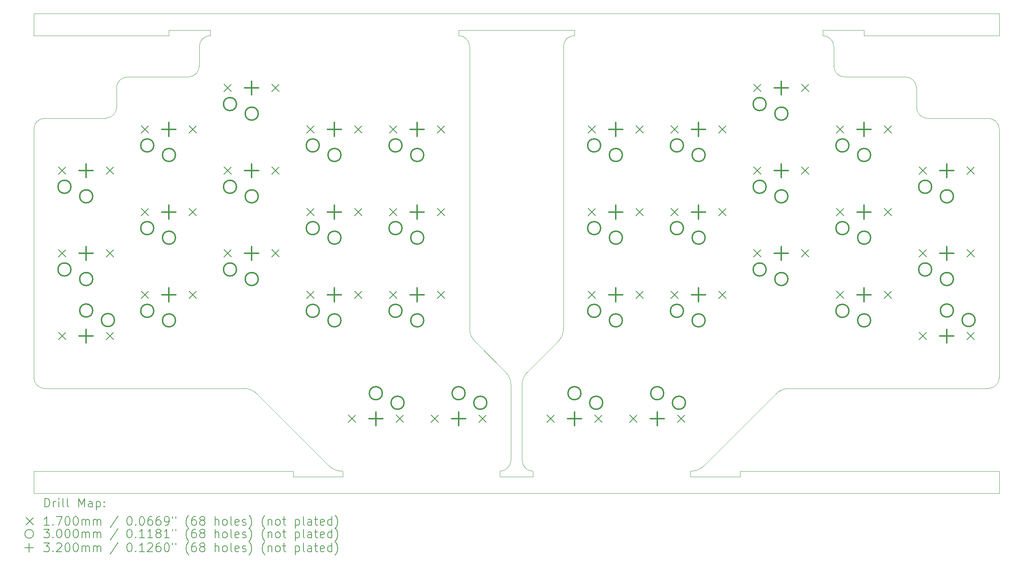
<source format=gbr>
%TF.GenerationSoftware,KiCad,Pcbnew,(6.0.7-1)-1*%
%TF.CreationDate,2022-09-05T18:02:09+08:00*%
%TF.ProjectId,Input,496e7075-742e-46b6-9963-61645f706362,2*%
%TF.SameCoordinates,PX7f2c270PY3f96138*%
%TF.FileFunction,Drillmap*%
%TF.FilePolarity,Positive*%
%FSLAX45Y45*%
G04 Gerber Fmt 4.5, Leading zero omitted, Abs format (unit mm)*
G04 Created by KiCad (PCBNEW (6.0.7-1)-1) date 2022-09-05 18:02:09*
%MOMM*%
%LPD*%
G01*
G04 APERTURE LIST*
%ADD10C,0.120000*%
%ADD11C,0.200000*%
%ADD12C,0.170000*%
%ADD13C,0.300000*%
%ADD14C,0.320000*%
G04 APERTURE END LIST*
D10*
X13398500Y-7874000D02*
X7429500Y-7874000D01*
X1206503Y-4572000D02*
G75*
G03*
X1333500Y-4889500I417557J-17130D01*
G01*
X7429500Y-8001000D02*
X7429500Y-7874000D01*
X-1714500Y-8001000D02*
X-2857500Y-8001000D01*
X-8826500Y-7874000D02*
X-8826500Y-8382000D01*
X2158997Y-5905500D02*
G75*
G03*
X2032000Y-5588000I-417557J17130D01*
G01*
X13398500Y2667000D02*
X13398500Y2159000D01*
X8572500Y-5969003D02*
G75*
G03*
X8255000Y-6096000I-17130J-417557D01*
G01*
X11493500Y508000D02*
G75*
G03*
X11747500Y254000I254000J0D01*
G01*
X13144500Y254000D02*
X11747500Y254000D01*
X-8826500Y0D02*
X-8826500Y-5715000D01*
X3238502Y-4889502D02*
G75*
G03*
X3365500Y-4572000I-290562J300372D01*
G01*
X-4762500Y2159000D02*
X-4762500Y2286000D01*
X13144500Y-5969000D02*
G75*
G03*
X13398500Y-5715000I0J254000D01*
G01*
X952500Y2286000D02*
X3619500Y2286000D01*
X13398500Y-5715000D02*
X13398500Y0D01*
X-8572500Y254000D02*
G75*
G03*
X-8826500Y0I0J-254000D01*
G01*
X9588500Y1460500D02*
X9588500Y1905000D01*
X-2032002Y-7747002D02*
G75*
G03*
X-1714500Y-7874000I300372J290562D01*
G01*
X13398500Y2667000D02*
X-8826500Y2667000D01*
X-1714500Y-7874000D02*
X-1714500Y-8001000D01*
X-3682998Y-6095998D02*
G75*
G03*
X-4000500Y-5969000I-300372J-290562D01*
G01*
X8255000Y-6096000D02*
X6604000Y-7747000D01*
X-5715000Y2286000D02*
X-5715000Y2159000D01*
X-8826500Y2159000D02*
X-8826500Y2667000D01*
X1905000Y-8001000D02*
X2667000Y-8001000D01*
X-7175500Y254000D02*
G75*
G03*
X-6921500Y508000I0J254000D01*
G01*
X-5270500Y1206500D02*
X-6667500Y1206500D01*
X9588500Y1905000D02*
G75*
G03*
X9334500Y2159000I-254000J0D01*
G01*
X8572500Y-5969000D02*
X13144500Y-5969000D01*
X10287000Y2286000D02*
X9334500Y2286000D01*
X-2032000Y-7747000D02*
X-3683000Y-6096000D01*
X-8826500Y-5715000D02*
G75*
G03*
X-8572500Y-5969000I254000J0D01*
G01*
X-5270500Y1206500D02*
G75*
G03*
X-5016500Y1460500I0J254000D01*
G01*
X-6667500Y1206500D02*
G75*
G03*
X-6921500Y952500I0J-254000D01*
G01*
X3619500Y2286000D02*
X3619500Y2159000D01*
X2413000Y-7620000D02*
G75*
G03*
X2667000Y-7874000I254000J0D01*
G01*
X-7175500Y254000D02*
X-8572500Y254000D01*
X-8572500Y-5969000D02*
X-4000500Y-5969000D01*
X13398500Y0D02*
G75*
G03*
X13144500Y254000I-254000J0D01*
G01*
X-2857500Y-7874000D02*
X-2857500Y-8001000D01*
X11493500Y952500D02*
G75*
G03*
X11239500Y1206500I-254000J0D01*
G01*
X9334500Y2286000D02*
X9334500Y2159000D01*
X-4762500Y2159000D02*
G75*
G03*
X-5016500Y1905000I0J-254000D01*
G01*
X2539998Y-5587998D02*
G75*
G03*
X2413000Y-5905500I290562J-300372D01*
G01*
X13398500Y2159000D02*
X10287000Y2159000D01*
X2413000Y-7620000D02*
X2413000Y-5905500D01*
X-4762500Y2286000D02*
X-5715000Y2286000D01*
X2032000Y-5588000D02*
X1333500Y-4889500D01*
X1905000Y-7874000D02*
X1905000Y-8001000D01*
X6286500Y-7873997D02*
G75*
G03*
X6604000Y-7747000I17130J417557D01*
G01*
X-5016500Y1905000D02*
X-5016500Y1460500D01*
X3365500Y1905000D02*
X3365500Y-4572000D01*
X-2857500Y-7874000D02*
X-8826500Y-7874000D01*
X2667000Y-8001000D02*
X2667000Y-7874000D01*
X6286500Y-8001000D02*
X6286500Y-7874000D01*
X3238500Y-4889500D02*
X2540000Y-5588000D01*
X9588500Y1460500D02*
G75*
G03*
X9842500Y1206500I254000J0D01*
G01*
X1905000Y-7874000D02*
G75*
G03*
X2159000Y-7620000I0J254000D01*
G01*
X2159000Y-5905500D02*
X2159000Y-7620000D01*
X13398500Y-8382000D02*
X-8826500Y-8382000D01*
X13398500Y-8382000D02*
X13398500Y-7874000D01*
X10287000Y2159000D02*
X10287000Y2286000D01*
X-5715000Y2159000D02*
X-8826500Y2159000D01*
X3619500Y2159000D02*
G75*
G03*
X3365500Y1905000I0J-254000D01*
G01*
X952500Y2159000D02*
X952500Y2286000D01*
X11239500Y1206500D02*
X9842500Y1206500D01*
X-6921500Y952500D02*
X-6921500Y508000D01*
X11493500Y508000D02*
X11493500Y952500D01*
X1206500Y-4572000D02*
X1206500Y1905000D01*
X1206500Y1905000D02*
G75*
G03*
X952500Y2159000I-254000J0D01*
G01*
X7429500Y-8001000D02*
X6286500Y-8001000D01*
D11*
D12*
X-8255000Y-867500D02*
X-8085000Y-1037500D01*
X-8085000Y-867500D02*
X-8255000Y-1037500D01*
X-8255000Y-2772500D02*
X-8085000Y-2942500D01*
X-8085000Y-2772500D02*
X-8255000Y-2942500D01*
X-8255000Y-4677500D02*
X-8085000Y-4847500D01*
X-8085000Y-4677500D02*
X-8255000Y-4847500D01*
X-7155000Y-867500D02*
X-6985000Y-1037500D01*
X-6985000Y-867500D02*
X-7155000Y-1037500D01*
X-7155000Y-2772500D02*
X-6985000Y-2942500D01*
X-6985000Y-2772500D02*
X-7155000Y-2942500D01*
X-7155000Y-4677500D02*
X-6985000Y-4847500D01*
X-6985000Y-4677500D02*
X-7155000Y-4847500D01*
X-6350000Y85000D02*
X-6180000Y-85000D01*
X-6180000Y85000D02*
X-6350000Y-85000D01*
X-6350000Y-1820000D02*
X-6180000Y-1990000D01*
X-6180000Y-1820000D02*
X-6350000Y-1990000D01*
X-6350000Y-3725000D02*
X-6180000Y-3895000D01*
X-6180000Y-3725000D02*
X-6350000Y-3895000D01*
X-5250000Y85000D02*
X-5080000Y-85000D01*
X-5080000Y85000D02*
X-5250000Y-85000D01*
X-5250000Y-1820000D02*
X-5080000Y-1990000D01*
X-5080000Y-1820000D02*
X-5250000Y-1990000D01*
X-5250000Y-3725000D02*
X-5080000Y-3895000D01*
X-5080000Y-3725000D02*
X-5250000Y-3895000D01*
X-4445000Y1037500D02*
X-4275000Y867500D01*
X-4275000Y1037500D02*
X-4445000Y867500D01*
X-4445000Y-867500D02*
X-4275000Y-1037500D01*
X-4275000Y-867500D02*
X-4445000Y-1037500D01*
X-4445000Y-2772500D02*
X-4275000Y-2942500D01*
X-4275000Y-2772500D02*
X-4445000Y-2942500D01*
X-3345000Y1037500D02*
X-3175000Y867500D01*
X-3175000Y1037500D02*
X-3345000Y867500D01*
X-3345000Y-867500D02*
X-3175000Y-1037500D01*
X-3175000Y-867500D02*
X-3345000Y-1037500D01*
X-3345000Y-2772500D02*
X-3175000Y-2942500D01*
X-3175000Y-2772500D02*
X-3345000Y-2942500D01*
X-2540000Y85000D02*
X-2370000Y-85000D01*
X-2370000Y85000D02*
X-2540000Y-85000D01*
X-2540000Y-1820000D02*
X-2370000Y-1990000D01*
X-2370000Y-1820000D02*
X-2540000Y-1990000D01*
X-2540000Y-3725000D02*
X-2370000Y-3895000D01*
X-2370000Y-3725000D02*
X-2540000Y-3895000D01*
X-1587500Y-6582500D02*
X-1417500Y-6752500D01*
X-1417500Y-6582500D02*
X-1587500Y-6752500D01*
X-1440000Y85000D02*
X-1270000Y-85000D01*
X-1270000Y85000D02*
X-1440000Y-85000D01*
X-1440000Y-1820000D02*
X-1270000Y-1990000D01*
X-1270000Y-1820000D02*
X-1440000Y-1990000D01*
X-1440000Y-3725000D02*
X-1270000Y-3895000D01*
X-1270000Y-3725000D02*
X-1440000Y-3895000D01*
X-635000Y85000D02*
X-465000Y-85000D01*
X-465000Y85000D02*
X-635000Y-85000D01*
X-635000Y-1820000D02*
X-465000Y-1990000D01*
X-465000Y-1820000D02*
X-635000Y-1990000D01*
X-635000Y-3725000D02*
X-465000Y-3895000D01*
X-465000Y-3725000D02*
X-635000Y-3895000D01*
X-487500Y-6582500D02*
X-317500Y-6752500D01*
X-317500Y-6582500D02*
X-487500Y-6752500D01*
X317500Y-6582500D02*
X487500Y-6752500D01*
X487500Y-6582500D02*
X317500Y-6752500D01*
X465000Y85000D02*
X635000Y-85000D01*
X635000Y85000D02*
X465000Y-85000D01*
X465000Y-1820000D02*
X635000Y-1990000D01*
X635000Y-1820000D02*
X465000Y-1990000D01*
X465000Y-3725000D02*
X635000Y-3895000D01*
X635000Y-3725000D02*
X465000Y-3895000D01*
X1417500Y-6582500D02*
X1587500Y-6752500D01*
X1587500Y-6582500D02*
X1417500Y-6752500D01*
X2984500Y-6582500D02*
X3154500Y-6752500D01*
X3154500Y-6582500D02*
X2984500Y-6752500D01*
X3937000Y85000D02*
X4107000Y-85000D01*
X4107000Y85000D02*
X3937000Y-85000D01*
X3937000Y-1820000D02*
X4107000Y-1990000D01*
X4107000Y-1820000D02*
X3937000Y-1990000D01*
X3937000Y-3725000D02*
X4107000Y-3895000D01*
X4107000Y-3725000D02*
X3937000Y-3895000D01*
X4084500Y-6582500D02*
X4254500Y-6752500D01*
X4254500Y-6582500D02*
X4084500Y-6752500D01*
X4889500Y-6582500D02*
X5059500Y-6752500D01*
X5059500Y-6582500D02*
X4889500Y-6752500D01*
X5037000Y85000D02*
X5207000Y-85000D01*
X5207000Y85000D02*
X5037000Y-85000D01*
X5037000Y-1820000D02*
X5207000Y-1990000D01*
X5207000Y-1820000D02*
X5037000Y-1990000D01*
X5037000Y-3725000D02*
X5207000Y-3895000D01*
X5207000Y-3725000D02*
X5037000Y-3895000D01*
X5842000Y85000D02*
X6012000Y-85000D01*
X6012000Y85000D02*
X5842000Y-85000D01*
X5842000Y-1820000D02*
X6012000Y-1990000D01*
X6012000Y-1820000D02*
X5842000Y-1990000D01*
X5842000Y-3725000D02*
X6012000Y-3895000D01*
X6012000Y-3725000D02*
X5842000Y-3895000D01*
X5989500Y-6582500D02*
X6159500Y-6752500D01*
X6159500Y-6582500D02*
X5989500Y-6752500D01*
X6942000Y85000D02*
X7112000Y-85000D01*
X7112000Y85000D02*
X6942000Y-85000D01*
X6942000Y-1820000D02*
X7112000Y-1990000D01*
X7112000Y-1820000D02*
X6942000Y-1990000D01*
X6942000Y-3725000D02*
X7112000Y-3895000D01*
X7112000Y-3725000D02*
X6942000Y-3895000D01*
X7747000Y1037500D02*
X7917000Y867500D01*
X7917000Y1037500D02*
X7747000Y867500D01*
X7747000Y-867500D02*
X7917000Y-1037500D01*
X7917000Y-867500D02*
X7747000Y-1037500D01*
X7747000Y-2772500D02*
X7917000Y-2942500D01*
X7917000Y-2772500D02*
X7747000Y-2942500D01*
X8847000Y1037500D02*
X9017000Y867500D01*
X9017000Y1037500D02*
X8847000Y867500D01*
X8847000Y-867500D02*
X9017000Y-1037500D01*
X9017000Y-867500D02*
X8847000Y-1037500D01*
X8847000Y-2772500D02*
X9017000Y-2942500D01*
X9017000Y-2772500D02*
X8847000Y-2942500D01*
X9652000Y85000D02*
X9822000Y-85000D01*
X9822000Y85000D02*
X9652000Y-85000D01*
X9652000Y-1820000D02*
X9822000Y-1990000D01*
X9822000Y-1820000D02*
X9652000Y-1990000D01*
X9652000Y-3725000D02*
X9822000Y-3895000D01*
X9822000Y-3725000D02*
X9652000Y-3895000D01*
X10752000Y85000D02*
X10922000Y-85000D01*
X10922000Y85000D02*
X10752000Y-85000D01*
X10752000Y-1820000D02*
X10922000Y-1990000D01*
X10922000Y-1820000D02*
X10752000Y-1990000D01*
X10752000Y-3725000D02*
X10922000Y-3895000D01*
X10922000Y-3725000D02*
X10752000Y-3895000D01*
X11557000Y-867500D02*
X11727000Y-1037500D01*
X11727000Y-867500D02*
X11557000Y-1037500D01*
X11557000Y-2772500D02*
X11727000Y-2942500D01*
X11727000Y-2772500D02*
X11557000Y-2942500D01*
X11557000Y-4677500D02*
X11727000Y-4847500D01*
X11727000Y-4677500D02*
X11557000Y-4847500D01*
X12657000Y-867500D02*
X12827000Y-1037500D01*
X12827000Y-867500D02*
X12657000Y-1037500D01*
X12657000Y-2772500D02*
X12827000Y-2942500D01*
X12827000Y-2772500D02*
X12657000Y-2942500D01*
X12657000Y-4677500D02*
X12827000Y-4847500D01*
X12827000Y-4677500D02*
X12657000Y-4847500D01*
D13*
X-7970000Y-1322500D02*
G75*
G03*
X-7970000Y-1322500I-150000J0D01*
G01*
X-7970000Y-3227500D02*
G75*
G03*
X-7970000Y-3227500I-150000J0D01*
G01*
X-7470000Y-1542500D02*
G75*
G03*
X-7470000Y-1542500I-150000J0D01*
G01*
X-7470000Y-3447500D02*
G75*
G03*
X-7470000Y-3447500I-150000J0D01*
G01*
X-7470000Y-4172500D02*
G75*
G03*
X-7470000Y-4172500I-150000J0D01*
G01*
X-6970000Y-4392500D02*
G75*
G03*
X-6970000Y-4392500I-150000J0D01*
G01*
X-6065000Y-370000D02*
G75*
G03*
X-6065000Y-370000I-150000J0D01*
G01*
X-6065000Y-2275000D02*
G75*
G03*
X-6065000Y-2275000I-150000J0D01*
G01*
X-6065000Y-4180000D02*
G75*
G03*
X-6065000Y-4180000I-150000J0D01*
G01*
X-5565000Y-590000D02*
G75*
G03*
X-5565000Y-590000I-150000J0D01*
G01*
X-5565000Y-2495000D02*
G75*
G03*
X-5565000Y-2495000I-150000J0D01*
G01*
X-5565000Y-4400000D02*
G75*
G03*
X-5565000Y-4400000I-150000J0D01*
G01*
X-4160000Y582500D02*
G75*
G03*
X-4160000Y582500I-150000J0D01*
G01*
X-4160000Y-1322500D02*
G75*
G03*
X-4160000Y-1322500I-150000J0D01*
G01*
X-4160000Y-3227500D02*
G75*
G03*
X-4160000Y-3227500I-150000J0D01*
G01*
X-3660000Y362500D02*
G75*
G03*
X-3660000Y362500I-150000J0D01*
G01*
X-3660000Y-1542500D02*
G75*
G03*
X-3660000Y-1542500I-150000J0D01*
G01*
X-3660000Y-3447500D02*
G75*
G03*
X-3660000Y-3447500I-150000J0D01*
G01*
X-2255000Y-370000D02*
G75*
G03*
X-2255000Y-370000I-150000J0D01*
G01*
X-2255000Y-2275000D02*
G75*
G03*
X-2255000Y-2275000I-150000J0D01*
G01*
X-2255000Y-4180000D02*
G75*
G03*
X-2255000Y-4180000I-150000J0D01*
G01*
X-1755000Y-590000D02*
G75*
G03*
X-1755000Y-590000I-150000J0D01*
G01*
X-1755000Y-2495000D02*
G75*
G03*
X-1755000Y-2495000I-150000J0D01*
G01*
X-1755000Y-4400000D02*
G75*
G03*
X-1755000Y-4400000I-150000J0D01*
G01*
X-802500Y-6077500D02*
G75*
G03*
X-802500Y-6077500I-150000J0D01*
G01*
X-350000Y-370000D02*
G75*
G03*
X-350000Y-370000I-150000J0D01*
G01*
X-350000Y-2275000D02*
G75*
G03*
X-350000Y-2275000I-150000J0D01*
G01*
X-350000Y-4180000D02*
G75*
G03*
X-350000Y-4180000I-150000J0D01*
G01*
X-302500Y-6297500D02*
G75*
G03*
X-302500Y-6297500I-150000J0D01*
G01*
X150000Y-590000D02*
G75*
G03*
X150000Y-590000I-150000J0D01*
G01*
X150000Y-2495000D02*
G75*
G03*
X150000Y-2495000I-150000J0D01*
G01*
X150000Y-4400000D02*
G75*
G03*
X150000Y-4400000I-150000J0D01*
G01*
X1102500Y-6077500D02*
G75*
G03*
X1102500Y-6077500I-150000J0D01*
G01*
X1602500Y-6297500D02*
G75*
G03*
X1602500Y-6297500I-150000J0D01*
G01*
X3769500Y-6077500D02*
G75*
G03*
X3769500Y-6077500I-150000J0D01*
G01*
X4222000Y-370000D02*
G75*
G03*
X4222000Y-370000I-150000J0D01*
G01*
X4222000Y-2275000D02*
G75*
G03*
X4222000Y-2275000I-150000J0D01*
G01*
X4222000Y-4180000D02*
G75*
G03*
X4222000Y-4180000I-150000J0D01*
G01*
X4269500Y-6297500D02*
G75*
G03*
X4269500Y-6297500I-150000J0D01*
G01*
X4722000Y-590000D02*
G75*
G03*
X4722000Y-590000I-150000J0D01*
G01*
X4722000Y-2495000D02*
G75*
G03*
X4722000Y-2495000I-150000J0D01*
G01*
X4722000Y-4400000D02*
G75*
G03*
X4722000Y-4400000I-150000J0D01*
G01*
X5674500Y-6077500D02*
G75*
G03*
X5674500Y-6077500I-150000J0D01*
G01*
X6127000Y-370000D02*
G75*
G03*
X6127000Y-370000I-150000J0D01*
G01*
X6127000Y-2275000D02*
G75*
G03*
X6127000Y-2275000I-150000J0D01*
G01*
X6127000Y-4180000D02*
G75*
G03*
X6127000Y-4180000I-150000J0D01*
G01*
X6174500Y-6297500D02*
G75*
G03*
X6174500Y-6297500I-150000J0D01*
G01*
X6627000Y-590000D02*
G75*
G03*
X6627000Y-590000I-150000J0D01*
G01*
X6627000Y-2495000D02*
G75*
G03*
X6627000Y-2495000I-150000J0D01*
G01*
X6627000Y-4400000D02*
G75*
G03*
X6627000Y-4400000I-150000J0D01*
G01*
X8032000Y582500D02*
G75*
G03*
X8032000Y582500I-150000J0D01*
G01*
X8032000Y-1322500D02*
G75*
G03*
X8032000Y-1322500I-150000J0D01*
G01*
X8032000Y-3227500D02*
G75*
G03*
X8032000Y-3227500I-150000J0D01*
G01*
X8532000Y362500D02*
G75*
G03*
X8532000Y362500I-150000J0D01*
G01*
X8532000Y-1542500D02*
G75*
G03*
X8532000Y-1542500I-150000J0D01*
G01*
X8532000Y-3447500D02*
G75*
G03*
X8532000Y-3447500I-150000J0D01*
G01*
X9937000Y-370000D02*
G75*
G03*
X9937000Y-370000I-150000J0D01*
G01*
X9937000Y-2275000D02*
G75*
G03*
X9937000Y-2275000I-150000J0D01*
G01*
X9937000Y-4180000D02*
G75*
G03*
X9937000Y-4180000I-150000J0D01*
G01*
X10437000Y-590000D02*
G75*
G03*
X10437000Y-590000I-150000J0D01*
G01*
X10437000Y-2495000D02*
G75*
G03*
X10437000Y-2495000I-150000J0D01*
G01*
X10437000Y-4400000D02*
G75*
G03*
X10437000Y-4400000I-150000J0D01*
G01*
X11842000Y-1322500D02*
G75*
G03*
X11842000Y-1322500I-150000J0D01*
G01*
X11842000Y-3227500D02*
G75*
G03*
X11842000Y-3227500I-150000J0D01*
G01*
X12342000Y-1542500D02*
G75*
G03*
X12342000Y-1542500I-150000J0D01*
G01*
X12342000Y-3447500D02*
G75*
G03*
X12342000Y-3447500I-150000J0D01*
G01*
X12342000Y-4172500D02*
G75*
G03*
X12342000Y-4172500I-150000J0D01*
G01*
X12842000Y-4392500D02*
G75*
G03*
X12842000Y-4392500I-150000J0D01*
G01*
D14*
X-7620000Y-792500D02*
X-7620000Y-1112500D01*
X-7780000Y-952500D02*
X-7460000Y-952500D01*
X-7620000Y-792500D02*
X-7620000Y-1112500D01*
X-7780000Y-952500D02*
X-7460000Y-952500D01*
X-7620000Y-2697500D02*
X-7620000Y-3017500D01*
X-7780000Y-2857500D02*
X-7460000Y-2857500D01*
X-7620000Y-2697500D02*
X-7620000Y-3017500D01*
X-7780000Y-2857500D02*
X-7460000Y-2857500D01*
X-7620000Y-4602500D02*
X-7620000Y-4922500D01*
X-7780000Y-4762500D02*
X-7460000Y-4762500D01*
X-7620000Y-4602500D02*
X-7620000Y-4922500D01*
X-7780000Y-4762500D02*
X-7460000Y-4762500D01*
X-5715000Y160000D02*
X-5715000Y-160000D01*
X-5875000Y0D02*
X-5555000Y0D01*
X-5715000Y160000D02*
X-5715000Y-160000D01*
X-5875000Y0D02*
X-5555000Y0D01*
X-5715000Y-1745000D02*
X-5715000Y-2065000D01*
X-5875000Y-1905000D02*
X-5555000Y-1905000D01*
X-5715000Y-1745000D02*
X-5715000Y-2065000D01*
X-5875000Y-1905000D02*
X-5555000Y-1905000D01*
X-5715000Y-3650000D02*
X-5715000Y-3970000D01*
X-5875000Y-3810000D02*
X-5555000Y-3810000D01*
X-5715000Y-3650000D02*
X-5715000Y-3970000D01*
X-5875000Y-3810000D02*
X-5555000Y-3810000D01*
X-3810000Y1112500D02*
X-3810000Y792500D01*
X-3970000Y952500D02*
X-3650000Y952500D01*
X-3810000Y1112500D02*
X-3810000Y792500D01*
X-3970000Y952500D02*
X-3650000Y952500D01*
X-3810000Y-792500D02*
X-3810000Y-1112500D01*
X-3970000Y-952500D02*
X-3650000Y-952500D01*
X-3810000Y-792500D02*
X-3810000Y-1112500D01*
X-3970000Y-952500D02*
X-3650000Y-952500D01*
X-3810000Y-2697500D02*
X-3810000Y-3017500D01*
X-3970000Y-2857500D02*
X-3650000Y-2857500D01*
X-3810000Y-2697500D02*
X-3810000Y-3017500D01*
X-3970000Y-2857500D02*
X-3650000Y-2857500D01*
X-1905000Y160000D02*
X-1905000Y-160000D01*
X-2065000Y0D02*
X-1745000Y0D01*
X-1905000Y160000D02*
X-1905000Y-160000D01*
X-2065000Y0D02*
X-1745000Y0D01*
X-1905000Y-1745000D02*
X-1905000Y-2065000D01*
X-2065000Y-1905000D02*
X-1745000Y-1905000D01*
X-1905000Y-1745000D02*
X-1905000Y-2065000D01*
X-2065000Y-1905000D02*
X-1745000Y-1905000D01*
X-1905000Y-3650000D02*
X-1905000Y-3970000D01*
X-2065000Y-3810000D02*
X-1745000Y-3810000D01*
X-1905000Y-3650000D02*
X-1905000Y-3970000D01*
X-2065000Y-3810000D02*
X-1745000Y-3810000D01*
X-952500Y-6507500D02*
X-952500Y-6827500D01*
X-1112500Y-6667500D02*
X-792500Y-6667500D01*
X-952500Y-6507500D02*
X-952500Y-6827500D01*
X-1112500Y-6667500D02*
X-792500Y-6667500D01*
X0Y160000D02*
X0Y-160000D01*
X-160000Y0D02*
X160000Y0D01*
X0Y160000D02*
X0Y-160000D01*
X-160000Y0D02*
X160000Y0D01*
X0Y-1745000D02*
X0Y-2065000D01*
X-160000Y-1905000D02*
X160000Y-1905000D01*
X0Y-1745000D02*
X0Y-2065000D01*
X-160000Y-1905000D02*
X160000Y-1905000D01*
X0Y-3650000D02*
X0Y-3970000D01*
X-160000Y-3810000D02*
X160000Y-3810000D01*
X0Y-3650000D02*
X0Y-3970000D01*
X-160000Y-3810000D02*
X160000Y-3810000D01*
X952500Y-6507500D02*
X952500Y-6827500D01*
X792500Y-6667500D02*
X1112500Y-6667500D01*
X952500Y-6507500D02*
X952500Y-6827500D01*
X792500Y-6667500D02*
X1112500Y-6667500D01*
X3619500Y-6507500D02*
X3619500Y-6827500D01*
X3459500Y-6667500D02*
X3779500Y-6667500D01*
X3619500Y-6507500D02*
X3619500Y-6827500D01*
X3459500Y-6667500D02*
X3779500Y-6667500D01*
X4572000Y160000D02*
X4572000Y-160000D01*
X4412000Y0D02*
X4732000Y0D01*
X4572000Y160000D02*
X4572000Y-160000D01*
X4412000Y0D02*
X4732000Y0D01*
X4572000Y-1745000D02*
X4572000Y-2065000D01*
X4412000Y-1905000D02*
X4732000Y-1905000D01*
X4572000Y-1745000D02*
X4572000Y-2065000D01*
X4412000Y-1905000D02*
X4732000Y-1905000D01*
X4572000Y-3650000D02*
X4572000Y-3970000D01*
X4412000Y-3810000D02*
X4732000Y-3810000D01*
X4572000Y-3650000D02*
X4572000Y-3970000D01*
X4412000Y-3810000D02*
X4732000Y-3810000D01*
X5524500Y-6507500D02*
X5524500Y-6827500D01*
X5364500Y-6667500D02*
X5684500Y-6667500D01*
X5524500Y-6507500D02*
X5524500Y-6827500D01*
X5364500Y-6667500D02*
X5684500Y-6667500D01*
X6477000Y160000D02*
X6477000Y-160000D01*
X6317000Y0D02*
X6637000Y0D01*
X6477000Y160000D02*
X6477000Y-160000D01*
X6317000Y0D02*
X6637000Y0D01*
X6477000Y-1745000D02*
X6477000Y-2065000D01*
X6317000Y-1905000D02*
X6637000Y-1905000D01*
X6477000Y-1745000D02*
X6477000Y-2065000D01*
X6317000Y-1905000D02*
X6637000Y-1905000D01*
X6477000Y-3650000D02*
X6477000Y-3970000D01*
X6317000Y-3810000D02*
X6637000Y-3810000D01*
X6477000Y-3650000D02*
X6477000Y-3970000D01*
X6317000Y-3810000D02*
X6637000Y-3810000D01*
X8382000Y1112500D02*
X8382000Y792500D01*
X8222000Y952500D02*
X8542000Y952500D01*
X8382000Y1112500D02*
X8382000Y792500D01*
X8222000Y952500D02*
X8542000Y952500D01*
X8382000Y-792500D02*
X8382000Y-1112500D01*
X8222000Y-952500D02*
X8542000Y-952500D01*
X8382000Y-792500D02*
X8382000Y-1112500D01*
X8222000Y-952500D02*
X8542000Y-952500D01*
X8382000Y-2697500D02*
X8382000Y-3017500D01*
X8222000Y-2857500D02*
X8542000Y-2857500D01*
X8382000Y-2697500D02*
X8382000Y-3017500D01*
X8222000Y-2857500D02*
X8542000Y-2857500D01*
X10287000Y160000D02*
X10287000Y-160000D01*
X10127000Y0D02*
X10447000Y0D01*
X10287000Y160000D02*
X10287000Y-160000D01*
X10127000Y0D02*
X10447000Y0D01*
X10287000Y-1745000D02*
X10287000Y-2065000D01*
X10127000Y-1905000D02*
X10447000Y-1905000D01*
X10287000Y-1745000D02*
X10287000Y-2065000D01*
X10127000Y-1905000D02*
X10447000Y-1905000D01*
X10287000Y-3650000D02*
X10287000Y-3970000D01*
X10127000Y-3810000D02*
X10447000Y-3810000D01*
X10287000Y-3650000D02*
X10287000Y-3970000D01*
X10127000Y-3810000D02*
X10447000Y-3810000D01*
X12192000Y-792500D02*
X12192000Y-1112500D01*
X12032000Y-952500D02*
X12352000Y-952500D01*
X12192000Y-792500D02*
X12192000Y-1112500D01*
X12032000Y-952500D02*
X12352000Y-952500D01*
X12192000Y-2697500D02*
X12192000Y-3017500D01*
X12032000Y-2857500D02*
X12352000Y-2857500D01*
X12192000Y-2697500D02*
X12192000Y-3017500D01*
X12032000Y-2857500D02*
X12352000Y-2857500D01*
X12192000Y-4602500D02*
X12192000Y-4922500D01*
X12032000Y-4762500D02*
X12352000Y-4762500D01*
X12192000Y-4602500D02*
X12192000Y-4922500D01*
X12032000Y-4762500D02*
X12352000Y-4762500D01*
D11*
X-8574881Y-8698476D02*
X-8574881Y-8498476D01*
X-8527262Y-8498476D01*
X-8498691Y-8508000D01*
X-8479643Y-8527048D01*
X-8470119Y-8546095D01*
X-8460595Y-8584190D01*
X-8460595Y-8612762D01*
X-8470119Y-8650857D01*
X-8479643Y-8669905D01*
X-8498691Y-8688952D01*
X-8527262Y-8698476D01*
X-8574881Y-8698476D01*
X-8374881Y-8698476D02*
X-8374881Y-8565143D01*
X-8374881Y-8603238D02*
X-8365357Y-8584190D01*
X-8355833Y-8574667D01*
X-8336786Y-8565143D01*
X-8317738Y-8565143D01*
X-8251071Y-8698476D02*
X-8251071Y-8565143D01*
X-8251071Y-8498476D02*
X-8260595Y-8508000D01*
X-8251071Y-8517524D01*
X-8241548Y-8508000D01*
X-8251071Y-8498476D01*
X-8251071Y-8517524D01*
X-8127262Y-8698476D02*
X-8146310Y-8688952D01*
X-8155833Y-8669905D01*
X-8155833Y-8498476D01*
X-8022500Y-8698476D02*
X-8041548Y-8688952D01*
X-8051071Y-8669905D01*
X-8051071Y-8498476D01*
X-7793929Y-8698476D02*
X-7793929Y-8498476D01*
X-7727262Y-8641333D01*
X-7660595Y-8498476D01*
X-7660595Y-8698476D01*
X-7479643Y-8698476D02*
X-7479643Y-8593714D01*
X-7489167Y-8574667D01*
X-7508214Y-8565143D01*
X-7546310Y-8565143D01*
X-7565357Y-8574667D01*
X-7479643Y-8688952D02*
X-7498690Y-8698476D01*
X-7546310Y-8698476D01*
X-7565357Y-8688952D01*
X-7574881Y-8669905D01*
X-7574881Y-8650857D01*
X-7565357Y-8631810D01*
X-7546310Y-8622286D01*
X-7498690Y-8622286D01*
X-7479643Y-8612762D01*
X-7384405Y-8565143D02*
X-7384405Y-8765143D01*
X-7384405Y-8574667D02*
X-7365357Y-8565143D01*
X-7327262Y-8565143D01*
X-7308214Y-8574667D01*
X-7298690Y-8584190D01*
X-7289167Y-8603238D01*
X-7289167Y-8660381D01*
X-7298690Y-8679429D01*
X-7308214Y-8688952D01*
X-7327262Y-8698476D01*
X-7365357Y-8698476D01*
X-7384405Y-8688952D01*
X-7203452Y-8679429D02*
X-7193929Y-8688952D01*
X-7203452Y-8698476D01*
X-7212976Y-8688952D01*
X-7203452Y-8679429D01*
X-7203452Y-8698476D01*
X-7203452Y-8574667D02*
X-7193929Y-8584190D01*
X-7203452Y-8593714D01*
X-7212976Y-8584190D01*
X-7203452Y-8574667D01*
X-7203452Y-8593714D01*
D12*
X-9002500Y-8943000D02*
X-8832500Y-9113000D01*
X-8832500Y-8943000D02*
X-9002500Y-9113000D01*
D11*
X-8470119Y-9118476D02*
X-8584405Y-9118476D01*
X-8527262Y-9118476D02*
X-8527262Y-8918476D01*
X-8546310Y-8947048D01*
X-8565357Y-8966095D01*
X-8584405Y-8975619D01*
X-8384405Y-9099429D02*
X-8374881Y-9108952D01*
X-8384405Y-9118476D01*
X-8393929Y-9108952D01*
X-8384405Y-9099429D01*
X-8384405Y-9118476D01*
X-8308214Y-8918476D02*
X-8174881Y-8918476D01*
X-8260595Y-9118476D01*
X-8060595Y-8918476D02*
X-8041548Y-8918476D01*
X-8022500Y-8928000D01*
X-8012976Y-8937524D01*
X-8003452Y-8956571D01*
X-7993929Y-8994667D01*
X-7993929Y-9042286D01*
X-8003452Y-9080381D01*
X-8012976Y-9099429D01*
X-8022500Y-9108952D01*
X-8041548Y-9118476D01*
X-8060595Y-9118476D01*
X-8079643Y-9108952D01*
X-8089167Y-9099429D01*
X-8098690Y-9080381D01*
X-8108214Y-9042286D01*
X-8108214Y-8994667D01*
X-8098690Y-8956571D01*
X-8089167Y-8937524D01*
X-8079643Y-8928000D01*
X-8060595Y-8918476D01*
X-7870119Y-8918476D02*
X-7851071Y-8918476D01*
X-7832024Y-8928000D01*
X-7822500Y-8937524D01*
X-7812976Y-8956571D01*
X-7803452Y-8994667D01*
X-7803452Y-9042286D01*
X-7812976Y-9080381D01*
X-7822500Y-9099429D01*
X-7832024Y-9108952D01*
X-7851071Y-9118476D01*
X-7870119Y-9118476D01*
X-7889167Y-9108952D01*
X-7898690Y-9099429D01*
X-7908214Y-9080381D01*
X-7917738Y-9042286D01*
X-7917738Y-8994667D01*
X-7908214Y-8956571D01*
X-7898690Y-8937524D01*
X-7889167Y-8928000D01*
X-7870119Y-8918476D01*
X-7717738Y-9118476D02*
X-7717738Y-8985143D01*
X-7717738Y-9004190D02*
X-7708214Y-8994667D01*
X-7689167Y-8985143D01*
X-7660595Y-8985143D01*
X-7641548Y-8994667D01*
X-7632024Y-9013714D01*
X-7632024Y-9118476D01*
X-7632024Y-9013714D02*
X-7622500Y-8994667D01*
X-7603452Y-8985143D01*
X-7574881Y-8985143D01*
X-7555833Y-8994667D01*
X-7546310Y-9013714D01*
X-7546310Y-9118476D01*
X-7451071Y-9118476D02*
X-7451071Y-8985143D01*
X-7451071Y-9004190D02*
X-7441548Y-8994667D01*
X-7422500Y-8985143D01*
X-7393929Y-8985143D01*
X-7374881Y-8994667D01*
X-7365357Y-9013714D01*
X-7365357Y-9118476D01*
X-7365357Y-9013714D02*
X-7355833Y-8994667D01*
X-7336786Y-8985143D01*
X-7308214Y-8985143D01*
X-7289167Y-8994667D01*
X-7279643Y-9013714D01*
X-7279643Y-9118476D01*
X-6889167Y-8908952D02*
X-7060595Y-9166095D01*
X-6632024Y-8918476D02*
X-6612976Y-8918476D01*
X-6593929Y-8928000D01*
X-6584405Y-8937524D01*
X-6574881Y-8956571D01*
X-6565357Y-8994667D01*
X-6565357Y-9042286D01*
X-6574881Y-9080381D01*
X-6584405Y-9099429D01*
X-6593929Y-9108952D01*
X-6612976Y-9118476D01*
X-6632024Y-9118476D01*
X-6651071Y-9108952D01*
X-6660595Y-9099429D01*
X-6670119Y-9080381D01*
X-6679643Y-9042286D01*
X-6679643Y-8994667D01*
X-6670119Y-8956571D01*
X-6660595Y-8937524D01*
X-6651071Y-8928000D01*
X-6632024Y-8918476D01*
X-6479643Y-9099429D02*
X-6470119Y-9108952D01*
X-6479643Y-9118476D01*
X-6489167Y-9108952D01*
X-6479643Y-9099429D01*
X-6479643Y-9118476D01*
X-6346310Y-8918476D02*
X-6327262Y-8918476D01*
X-6308214Y-8928000D01*
X-6298690Y-8937524D01*
X-6289167Y-8956571D01*
X-6279643Y-8994667D01*
X-6279643Y-9042286D01*
X-6289167Y-9080381D01*
X-6298690Y-9099429D01*
X-6308214Y-9108952D01*
X-6327262Y-9118476D01*
X-6346310Y-9118476D01*
X-6365357Y-9108952D01*
X-6374881Y-9099429D01*
X-6384405Y-9080381D01*
X-6393929Y-9042286D01*
X-6393929Y-8994667D01*
X-6384405Y-8956571D01*
X-6374881Y-8937524D01*
X-6365357Y-8928000D01*
X-6346310Y-8918476D01*
X-6108214Y-8918476D02*
X-6146310Y-8918476D01*
X-6165357Y-8928000D01*
X-6174881Y-8937524D01*
X-6193929Y-8966095D01*
X-6203452Y-9004190D01*
X-6203452Y-9080381D01*
X-6193929Y-9099429D01*
X-6184405Y-9108952D01*
X-6165357Y-9118476D01*
X-6127262Y-9118476D01*
X-6108214Y-9108952D01*
X-6098690Y-9099429D01*
X-6089167Y-9080381D01*
X-6089167Y-9032762D01*
X-6098690Y-9013714D01*
X-6108214Y-9004190D01*
X-6127262Y-8994667D01*
X-6165357Y-8994667D01*
X-6184405Y-9004190D01*
X-6193929Y-9013714D01*
X-6203452Y-9032762D01*
X-5917738Y-8918476D02*
X-5955833Y-8918476D01*
X-5974881Y-8928000D01*
X-5984405Y-8937524D01*
X-6003452Y-8966095D01*
X-6012976Y-9004190D01*
X-6012976Y-9080381D01*
X-6003452Y-9099429D01*
X-5993929Y-9108952D01*
X-5974881Y-9118476D01*
X-5936786Y-9118476D01*
X-5917738Y-9108952D01*
X-5908214Y-9099429D01*
X-5898690Y-9080381D01*
X-5898690Y-9032762D01*
X-5908214Y-9013714D01*
X-5917738Y-9004190D01*
X-5936786Y-8994667D01*
X-5974881Y-8994667D01*
X-5993929Y-9004190D01*
X-6003452Y-9013714D01*
X-6012976Y-9032762D01*
X-5803452Y-9118476D02*
X-5765357Y-9118476D01*
X-5746310Y-9108952D01*
X-5736786Y-9099429D01*
X-5717738Y-9070857D01*
X-5708214Y-9032762D01*
X-5708214Y-8956571D01*
X-5717738Y-8937524D01*
X-5727262Y-8928000D01*
X-5746310Y-8918476D01*
X-5784405Y-8918476D01*
X-5803452Y-8928000D01*
X-5812976Y-8937524D01*
X-5822500Y-8956571D01*
X-5822500Y-9004190D01*
X-5812976Y-9023238D01*
X-5803452Y-9032762D01*
X-5784405Y-9042286D01*
X-5746310Y-9042286D01*
X-5727262Y-9032762D01*
X-5717738Y-9023238D01*
X-5708214Y-9004190D01*
X-5632024Y-8918476D02*
X-5632024Y-8956571D01*
X-5555833Y-8918476D02*
X-5555833Y-8956571D01*
X-5260595Y-9194667D02*
X-5270119Y-9185143D01*
X-5289167Y-9156571D01*
X-5298691Y-9137524D01*
X-5308214Y-9108952D01*
X-5317738Y-9061333D01*
X-5317738Y-9023238D01*
X-5308214Y-8975619D01*
X-5298691Y-8947048D01*
X-5289167Y-8928000D01*
X-5270119Y-8899429D01*
X-5260595Y-8889905D01*
X-5098691Y-8918476D02*
X-5136786Y-8918476D01*
X-5155833Y-8928000D01*
X-5165357Y-8937524D01*
X-5184405Y-8966095D01*
X-5193929Y-9004190D01*
X-5193929Y-9080381D01*
X-5184405Y-9099429D01*
X-5174881Y-9108952D01*
X-5155833Y-9118476D01*
X-5117738Y-9118476D01*
X-5098691Y-9108952D01*
X-5089167Y-9099429D01*
X-5079643Y-9080381D01*
X-5079643Y-9032762D01*
X-5089167Y-9013714D01*
X-5098691Y-9004190D01*
X-5117738Y-8994667D01*
X-5155833Y-8994667D01*
X-5174881Y-9004190D01*
X-5184405Y-9013714D01*
X-5193929Y-9032762D01*
X-4965357Y-9004190D02*
X-4984405Y-8994667D01*
X-4993929Y-8985143D01*
X-5003452Y-8966095D01*
X-5003452Y-8956571D01*
X-4993929Y-8937524D01*
X-4984405Y-8928000D01*
X-4965357Y-8918476D01*
X-4927262Y-8918476D01*
X-4908214Y-8928000D01*
X-4898691Y-8937524D01*
X-4889167Y-8956571D01*
X-4889167Y-8966095D01*
X-4898691Y-8985143D01*
X-4908214Y-8994667D01*
X-4927262Y-9004190D01*
X-4965357Y-9004190D01*
X-4984405Y-9013714D01*
X-4993929Y-9023238D01*
X-5003452Y-9042286D01*
X-5003452Y-9080381D01*
X-4993929Y-9099429D01*
X-4984405Y-9108952D01*
X-4965357Y-9118476D01*
X-4927262Y-9118476D01*
X-4908214Y-9108952D01*
X-4898691Y-9099429D01*
X-4889167Y-9080381D01*
X-4889167Y-9042286D01*
X-4898691Y-9023238D01*
X-4908214Y-9013714D01*
X-4927262Y-9004190D01*
X-4651072Y-9118476D02*
X-4651072Y-8918476D01*
X-4565357Y-9118476D02*
X-4565357Y-9013714D01*
X-4574881Y-8994667D01*
X-4593929Y-8985143D01*
X-4622500Y-8985143D01*
X-4641548Y-8994667D01*
X-4651072Y-9004190D01*
X-4441548Y-9118476D02*
X-4460595Y-9108952D01*
X-4470119Y-9099429D01*
X-4479643Y-9080381D01*
X-4479643Y-9023238D01*
X-4470119Y-9004190D01*
X-4460595Y-8994667D01*
X-4441548Y-8985143D01*
X-4412976Y-8985143D01*
X-4393929Y-8994667D01*
X-4384405Y-9004190D01*
X-4374881Y-9023238D01*
X-4374881Y-9080381D01*
X-4384405Y-9099429D01*
X-4393929Y-9108952D01*
X-4412976Y-9118476D01*
X-4441548Y-9118476D01*
X-4260595Y-9118476D02*
X-4279643Y-9108952D01*
X-4289167Y-9089905D01*
X-4289167Y-8918476D01*
X-4108214Y-9108952D02*
X-4127262Y-9118476D01*
X-4165357Y-9118476D01*
X-4184405Y-9108952D01*
X-4193929Y-9089905D01*
X-4193929Y-9013714D01*
X-4184405Y-8994667D01*
X-4165357Y-8985143D01*
X-4127262Y-8985143D01*
X-4108214Y-8994667D01*
X-4098690Y-9013714D01*
X-4098690Y-9032762D01*
X-4193929Y-9051810D01*
X-4022500Y-9108952D02*
X-4003452Y-9118476D01*
X-3965357Y-9118476D01*
X-3946310Y-9108952D01*
X-3936786Y-9089905D01*
X-3936786Y-9080381D01*
X-3946310Y-9061333D01*
X-3965357Y-9051810D01*
X-3993929Y-9051810D01*
X-4012976Y-9042286D01*
X-4022500Y-9023238D01*
X-4022500Y-9013714D01*
X-4012976Y-8994667D01*
X-3993929Y-8985143D01*
X-3965357Y-8985143D01*
X-3946310Y-8994667D01*
X-3870119Y-9194667D02*
X-3860595Y-9185143D01*
X-3841548Y-9156571D01*
X-3832024Y-9137524D01*
X-3822500Y-9108952D01*
X-3812976Y-9061333D01*
X-3812976Y-9023238D01*
X-3822500Y-8975619D01*
X-3832024Y-8947048D01*
X-3841548Y-8928000D01*
X-3860595Y-8899429D01*
X-3870119Y-8889905D01*
X-3508214Y-9194667D02*
X-3517738Y-9185143D01*
X-3536786Y-9156571D01*
X-3546310Y-9137524D01*
X-3555833Y-9108952D01*
X-3565357Y-9061333D01*
X-3565357Y-9023238D01*
X-3555833Y-8975619D01*
X-3546310Y-8947048D01*
X-3536786Y-8928000D01*
X-3517738Y-8899429D01*
X-3508214Y-8889905D01*
X-3432024Y-8985143D02*
X-3432024Y-9118476D01*
X-3432024Y-9004190D02*
X-3422500Y-8994667D01*
X-3403452Y-8985143D01*
X-3374881Y-8985143D01*
X-3355833Y-8994667D01*
X-3346310Y-9013714D01*
X-3346310Y-9118476D01*
X-3222500Y-9118476D02*
X-3241548Y-9108952D01*
X-3251071Y-9099429D01*
X-3260595Y-9080381D01*
X-3260595Y-9023238D01*
X-3251071Y-9004190D01*
X-3241548Y-8994667D01*
X-3222500Y-8985143D01*
X-3193929Y-8985143D01*
X-3174881Y-8994667D01*
X-3165357Y-9004190D01*
X-3155833Y-9023238D01*
X-3155833Y-9080381D01*
X-3165357Y-9099429D01*
X-3174881Y-9108952D01*
X-3193929Y-9118476D01*
X-3222500Y-9118476D01*
X-3098690Y-8985143D02*
X-3022500Y-8985143D01*
X-3070119Y-8918476D02*
X-3070119Y-9089905D01*
X-3060595Y-9108952D01*
X-3041548Y-9118476D01*
X-3022500Y-9118476D01*
X-2803452Y-8985143D02*
X-2803452Y-9185143D01*
X-2803452Y-8994667D02*
X-2784405Y-8985143D01*
X-2746310Y-8985143D01*
X-2727262Y-8994667D01*
X-2717738Y-9004190D01*
X-2708214Y-9023238D01*
X-2708214Y-9080381D01*
X-2717738Y-9099429D01*
X-2727262Y-9108952D01*
X-2746310Y-9118476D01*
X-2784405Y-9118476D01*
X-2803452Y-9108952D01*
X-2593929Y-9118476D02*
X-2612976Y-9108952D01*
X-2622500Y-9089905D01*
X-2622500Y-8918476D01*
X-2432024Y-9118476D02*
X-2432024Y-9013714D01*
X-2441548Y-8994667D01*
X-2460595Y-8985143D01*
X-2498691Y-8985143D01*
X-2517738Y-8994667D01*
X-2432024Y-9108952D02*
X-2451072Y-9118476D01*
X-2498691Y-9118476D01*
X-2517738Y-9108952D01*
X-2527262Y-9089905D01*
X-2527262Y-9070857D01*
X-2517738Y-9051810D01*
X-2498691Y-9042286D01*
X-2451072Y-9042286D01*
X-2432024Y-9032762D01*
X-2365357Y-8985143D02*
X-2289167Y-8985143D01*
X-2336786Y-8918476D02*
X-2336786Y-9089905D01*
X-2327262Y-9108952D01*
X-2308214Y-9118476D01*
X-2289167Y-9118476D01*
X-2146310Y-9108952D02*
X-2165357Y-9118476D01*
X-2203452Y-9118476D01*
X-2222500Y-9108952D01*
X-2232024Y-9089905D01*
X-2232024Y-9013714D01*
X-2222500Y-8994667D01*
X-2203452Y-8985143D01*
X-2165357Y-8985143D01*
X-2146310Y-8994667D01*
X-2136786Y-9013714D01*
X-2136786Y-9032762D01*
X-2232024Y-9051810D01*
X-1965357Y-9118476D02*
X-1965357Y-8918476D01*
X-1965357Y-9108952D02*
X-1984405Y-9118476D01*
X-2022500Y-9118476D01*
X-2041548Y-9108952D01*
X-2051071Y-9099429D01*
X-2060595Y-9080381D01*
X-2060595Y-9023238D01*
X-2051071Y-9004190D01*
X-2041548Y-8994667D01*
X-2022500Y-8985143D01*
X-1984405Y-8985143D01*
X-1965357Y-8994667D01*
X-1889167Y-9194667D02*
X-1879643Y-9185143D01*
X-1860595Y-9156571D01*
X-1851071Y-9137524D01*
X-1841548Y-9108952D01*
X-1832024Y-9061333D01*
X-1832024Y-9023238D01*
X-1841548Y-8975619D01*
X-1851071Y-8947048D01*
X-1860595Y-8928000D01*
X-1879643Y-8899429D01*
X-1889167Y-8889905D01*
X-8832500Y-9318000D02*
G75*
G03*
X-8832500Y-9318000I-100000J0D01*
G01*
X-8593929Y-9208476D02*
X-8470119Y-9208476D01*
X-8536786Y-9284667D01*
X-8508214Y-9284667D01*
X-8489167Y-9294190D01*
X-8479643Y-9303714D01*
X-8470119Y-9322762D01*
X-8470119Y-9370381D01*
X-8479643Y-9389429D01*
X-8489167Y-9398952D01*
X-8508214Y-9408476D01*
X-8565357Y-9408476D01*
X-8584405Y-9398952D01*
X-8593929Y-9389429D01*
X-8384405Y-9389429D02*
X-8374881Y-9398952D01*
X-8384405Y-9408476D01*
X-8393929Y-9398952D01*
X-8384405Y-9389429D01*
X-8384405Y-9408476D01*
X-8251071Y-9208476D02*
X-8232024Y-9208476D01*
X-8212976Y-9218000D01*
X-8203452Y-9227524D01*
X-8193929Y-9246571D01*
X-8184405Y-9284667D01*
X-8184405Y-9332286D01*
X-8193929Y-9370381D01*
X-8203452Y-9389429D01*
X-8212976Y-9398952D01*
X-8232024Y-9408476D01*
X-8251071Y-9408476D01*
X-8270119Y-9398952D01*
X-8279643Y-9389429D01*
X-8289167Y-9370381D01*
X-8298690Y-9332286D01*
X-8298690Y-9284667D01*
X-8289167Y-9246571D01*
X-8279643Y-9227524D01*
X-8270119Y-9218000D01*
X-8251071Y-9208476D01*
X-8060595Y-9208476D02*
X-8041548Y-9208476D01*
X-8022500Y-9218000D01*
X-8012976Y-9227524D01*
X-8003452Y-9246571D01*
X-7993929Y-9284667D01*
X-7993929Y-9332286D01*
X-8003452Y-9370381D01*
X-8012976Y-9389429D01*
X-8022500Y-9398952D01*
X-8041548Y-9408476D01*
X-8060595Y-9408476D01*
X-8079643Y-9398952D01*
X-8089167Y-9389429D01*
X-8098690Y-9370381D01*
X-8108214Y-9332286D01*
X-8108214Y-9284667D01*
X-8098690Y-9246571D01*
X-8089167Y-9227524D01*
X-8079643Y-9218000D01*
X-8060595Y-9208476D01*
X-7870119Y-9208476D02*
X-7851071Y-9208476D01*
X-7832024Y-9218000D01*
X-7822500Y-9227524D01*
X-7812976Y-9246571D01*
X-7803452Y-9284667D01*
X-7803452Y-9332286D01*
X-7812976Y-9370381D01*
X-7822500Y-9389429D01*
X-7832024Y-9398952D01*
X-7851071Y-9408476D01*
X-7870119Y-9408476D01*
X-7889167Y-9398952D01*
X-7898690Y-9389429D01*
X-7908214Y-9370381D01*
X-7917738Y-9332286D01*
X-7917738Y-9284667D01*
X-7908214Y-9246571D01*
X-7898690Y-9227524D01*
X-7889167Y-9218000D01*
X-7870119Y-9208476D01*
X-7717738Y-9408476D02*
X-7717738Y-9275143D01*
X-7717738Y-9294190D02*
X-7708214Y-9284667D01*
X-7689167Y-9275143D01*
X-7660595Y-9275143D01*
X-7641548Y-9284667D01*
X-7632024Y-9303714D01*
X-7632024Y-9408476D01*
X-7632024Y-9303714D02*
X-7622500Y-9284667D01*
X-7603452Y-9275143D01*
X-7574881Y-9275143D01*
X-7555833Y-9284667D01*
X-7546310Y-9303714D01*
X-7546310Y-9408476D01*
X-7451071Y-9408476D02*
X-7451071Y-9275143D01*
X-7451071Y-9294190D02*
X-7441548Y-9284667D01*
X-7422500Y-9275143D01*
X-7393929Y-9275143D01*
X-7374881Y-9284667D01*
X-7365357Y-9303714D01*
X-7365357Y-9408476D01*
X-7365357Y-9303714D02*
X-7355833Y-9284667D01*
X-7336786Y-9275143D01*
X-7308214Y-9275143D01*
X-7289167Y-9284667D01*
X-7279643Y-9303714D01*
X-7279643Y-9408476D01*
X-6889167Y-9198952D02*
X-7060595Y-9456095D01*
X-6632024Y-9208476D02*
X-6612976Y-9208476D01*
X-6593929Y-9218000D01*
X-6584405Y-9227524D01*
X-6574881Y-9246571D01*
X-6565357Y-9284667D01*
X-6565357Y-9332286D01*
X-6574881Y-9370381D01*
X-6584405Y-9389429D01*
X-6593929Y-9398952D01*
X-6612976Y-9408476D01*
X-6632024Y-9408476D01*
X-6651071Y-9398952D01*
X-6660595Y-9389429D01*
X-6670119Y-9370381D01*
X-6679643Y-9332286D01*
X-6679643Y-9284667D01*
X-6670119Y-9246571D01*
X-6660595Y-9227524D01*
X-6651071Y-9218000D01*
X-6632024Y-9208476D01*
X-6479643Y-9389429D02*
X-6470119Y-9398952D01*
X-6479643Y-9408476D01*
X-6489167Y-9398952D01*
X-6479643Y-9389429D01*
X-6479643Y-9408476D01*
X-6279643Y-9408476D02*
X-6393929Y-9408476D01*
X-6336786Y-9408476D02*
X-6336786Y-9208476D01*
X-6355833Y-9237048D01*
X-6374881Y-9256095D01*
X-6393929Y-9265619D01*
X-6089167Y-9408476D02*
X-6203452Y-9408476D01*
X-6146310Y-9408476D02*
X-6146310Y-9208476D01*
X-6165357Y-9237048D01*
X-6184405Y-9256095D01*
X-6203452Y-9265619D01*
X-5974881Y-9294190D02*
X-5993929Y-9284667D01*
X-6003452Y-9275143D01*
X-6012976Y-9256095D01*
X-6012976Y-9246571D01*
X-6003452Y-9227524D01*
X-5993929Y-9218000D01*
X-5974881Y-9208476D01*
X-5936786Y-9208476D01*
X-5917738Y-9218000D01*
X-5908214Y-9227524D01*
X-5898690Y-9246571D01*
X-5898690Y-9256095D01*
X-5908214Y-9275143D01*
X-5917738Y-9284667D01*
X-5936786Y-9294190D01*
X-5974881Y-9294190D01*
X-5993929Y-9303714D01*
X-6003452Y-9313238D01*
X-6012976Y-9332286D01*
X-6012976Y-9370381D01*
X-6003452Y-9389429D01*
X-5993929Y-9398952D01*
X-5974881Y-9408476D01*
X-5936786Y-9408476D01*
X-5917738Y-9398952D01*
X-5908214Y-9389429D01*
X-5898690Y-9370381D01*
X-5898690Y-9332286D01*
X-5908214Y-9313238D01*
X-5917738Y-9303714D01*
X-5936786Y-9294190D01*
X-5708214Y-9408476D02*
X-5822500Y-9408476D01*
X-5765357Y-9408476D02*
X-5765357Y-9208476D01*
X-5784405Y-9237048D01*
X-5803452Y-9256095D01*
X-5822500Y-9265619D01*
X-5632024Y-9208476D02*
X-5632024Y-9246571D01*
X-5555833Y-9208476D02*
X-5555833Y-9246571D01*
X-5260595Y-9484667D02*
X-5270119Y-9475143D01*
X-5289167Y-9446571D01*
X-5298691Y-9427524D01*
X-5308214Y-9398952D01*
X-5317738Y-9351333D01*
X-5317738Y-9313238D01*
X-5308214Y-9265619D01*
X-5298691Y-9237048D01*
X-5289167Y-9218000D01*
X-5270119Y-9189429D01*
X-5260595Y-9179905D01*
X-5098691Y-9208476D02*
X-5136786Y-9208476D01*
X-5155833Y-9218000D01*
X-5165357Y-9227524D01*
X-5184405Y-9256095D01*
X-5193929Y-9294190D01*
X-5193929Y-9370381D01*
X-5184405Y-9389429D01*
X-5174881Y-9398952D01*
X-5155833Y-9408476D01*
X-5117738Y-9408476D01*
X-5098691Y-9398952D01*
X-5089167Y-9389429D01*
X-5079643Y-9370381D01*
X-5079643Y-9322762D01*
X-5089167Y-9303714D01*
X-5098691Y-9294190D01*
X-5117738Y-9284667D01*
X-5155833Y-9284667D01*
X-5174881Y-9294190D01*
X-5184405Y-9303714D01*
X-5193929Y-9322762D01*
X-4965357Y-9294190D02*
X-4984405Y-9284667D01*
X-4993929Y-9275143D01*
X-5003452Y-9256095D01*
X-5003452Y-9246571D01*
X-4993929Y-9227524D01*
X-4984405Y-9218000D01*
X-4965357Y-9208476D01*
X-4927262Y-9208476D01*
X-4908214Y-9218000D01*
X-4898691Y-9227524D01*
X-4889167Y-9246571D01*
X-4889167Y-9256095D01*
X-4898691Y-9275143D01*
X-4908214Y-9284667D01*
X-4927262Y-9294190D01*
X-4965357Y-9294190D01*
X-4984405Y-9303714D01*
X-4993929Y-9313238D01*
X-5003452Y-9332286D01*
X-5003452Y-9370381D01*
X-4993929Y-9389429D01*
X-4984405Y-9398952D01*
X-4965357Y-9408476D01*
X-4927262Y-9408476D01*
X-4908214Y-9398952D01*
X-4898691Y-9389429D01*
X-4889167Y-9370381D01*
X-4889167Y-9332286D01*
X-4898691Y-9313238D01*
X-4908214Y-9303714D01*
X-4927262Y-9294190D01*
X-4651072Y-9408476D02*
X-4651072Y-9208476D01*
X-4565357Y-9408476D02*
X-4565357Y-9303714D01*
X-4574881Y-9284667D01*
X-4593929Y-9275143D01*
X-4622500Y-9275143D01*
X-4641548Y-9284667D01*
X-4651072Y-9294190D01*
X-4441548Y-9408476D02*
X-4460595Y-9398952D01*
X-4470119Y-9389429D01*
X-4479643Y-9370381D01*
X-4479643Y-9313238D01*
X-4470119Y-9294190D01*
X-4460595Y-9284667D01*
X-4441548Y-9275143D01*
X-4412976Y-9275143D01*
X-4393929Y-9284667D01*
X-4384405Y-9294190D01*
X-4374881Y-9313238D01*
X-4374881Y-9370381D01*
X-4384405Y-9389429D01*
X-4393929Y-9398952D01*
X-4412976Y-9408476D01*
X-4441548Y-9408476D01*
X-4260595Y-9408476D02*
X-4279643Y-9398952D01*
X-4289167Y-9379905D01*
X-4289167Y-9208476D01*
X-4108214Y-9398952D02*
X-4127262Y-9408476D01*
X-4165357Y-9408476D01*
X-4184405Y-9398952D01*
X-4193929Y-9379905D01*
X-4193929Y-9303714D01*
X-4184405Y-9284667D01*
X-4165357Y-9275143D01*
X-4127262Y-9275143D01*
X-4108214Y-9284667D01*
X-4098690Y-9303714D01*
X-4098690Y-9322762D01*
X-4193929Y-9341810D01*
X-4022500Y-9398952D02*
X-4003452Y-9408476D01*
X-3965357Y-9408476D01*
X-3946310Y-9398952D01*
X-3936786Y-9379905D01*
X-3936786Y-9370381D01*
X-3946310Y-9351333D01*
X-3965357Y-9341810D01*
X-3993929Y-9341810D01*
X-4012976Y-9332286D01*
X-4022500Y-9313238D01*
X-4022500Y-9303714D01*
X-4012976Y-9284667D01*
X-3993929Y-9275143D01*
X-3965357Y-9275143D01*
X-3946310Y-9284667D01*
X-3870119Y-9484667D02*
X-3860595Y-9475143D01*
X-3841548Y-9446571D01*
X-3832024Y-9427524D01*
X-3822500Y-9398952D01*
X-3812976Y-9351333D01*
X-3812976Y-9313238D01*
X-3822500Y-9265619D01*
X-3832024Y-9237048D01*
X-3841548Y-9218000D01*
X-3860595Y-9189429D01*
X-3870119Y-9179905D01*
X-3508214Y-9484667D02*
X-3517738Y-9475143D01*
X-3536786Y-9446571D01*
X-3546310Y-9427524D01*
X-3555833Y-9398952D01*
X-3565357Y-9351333D01*
X-3565357Y-9313238D01*
X-3555833Y-9265619D01*
X-3546310Y-9237048D01*
X-3536786Y-9218000D01*
X-3517738Y-9189429D01*
X-3508214Y-9179905D01*
X-3432024Y-9275143D02*
X-3432024Y-9408476D01*
X-3432024Y-9294190D02*
X-3422500Y-9284667D01*
X-3403452Y-9275143D01*
X-3374881Y-9275143D01*
X-3355833Y-9284667D01*
X-3346310Y-9303714D01*
X-3346310Y-9408476D01*
X-3222500Y-9408476D02*
X-3241548Y-9398952D01*
X-3251071Y-9389429D01*
X-3260595Y-9370381D01*
X-3260595Y-9313238D01*
X-3251071Y-9294190D01*
X-3241548Y-9284667D01*
X-3222500Y-9275143D01*
X-3193929Y-9275143D01*
X-3174881Y-9284667D01*
X-3165357Y-9294190D01*
X-3155833Y-9313238D01*
X-3155833Y-9370381D01*
X-3165357Y-9389429D01*
X-3174881Y-9398952D01*
X-3193929Y-9408476D01*
X-3222500Y-9408476D01*
X-3098690Y-9275143D02*
X-3022500Y-9275143D01*
X-3070119Y-9208476D02*
X-3070119Y-9379905D01*
X-3060595Y-9398952D01*
X-3041548Y-9408476D01*
X-3022500Y-9408476D01*
X-2803452Y-9275143D02*
X-2803452Y-9475143D01*
X-2803452Y-9284667D02*
X-2784405Y-9275143D01*
X-2746310Y-9275143D01*
X-2727262Y-9284667D01*
X-2717738Y-9294190D01*
X-2708214Y-9313238D01*
X-2708214Y-9370381D01*
X-2717738Y-9389429D01*
X-2727262Y-9398952D01*
X-2746310Y-9408476D01*
X-2784405Y-9408476D01*
X-2803452Y-9398952D01*
X-2593929Y-9408476D02*
X-2612976Y-9398952D01*
X-2622500Y-9379905D01*
X-2622500Y-9208476D01*
X-2432024Y-9408476D02*
X-2432024Y-9303714D01*
X-2441548Y-9284667D01*
X-2460595Y-9275143D01*
X-2498691Y-9275143D01*
X-2517738Y-9284667D01*
X-2432024Y-9398952D02*
X-2451072Y-9408476D01*
X-2498691Y-9408476D01*
X-2517738Y-9398952D01*
X-2527262Y-9379905D01*
X-2527262Y-9360857D01*
X-2517738Y-9341810D01*
X-2498691Y-9332286D01*
X-2451072Y-9332286D01*
X-2432024Y-9322762D01*
X-2365357Y-9275143D02*
X-2289167Y-9275143D01*
X-2336786Y-9208476D02*
X-2336786Y-9379905D01*
X-2327262Y-9398952D01*
X-2308214Y-9408476D01*
X-2289167Y-9408476D01*
X-2146310Y-9398952D02*
X-2165357Y-9408476D01*
X-2203452Y-9408476D01*
X-2222500Y-9398952D01*
X-2232024Y-9379905D01*
X-2232024Y-9303714D01*
X-2222500Y-9284667D01*
X-2203452Y-9275143D01*
X-2165357Y-9275143D01*
X-2146310Y-9284667D01*
X-2136786Y-9303714D01*
X-2136786Y-9322762D01*
X-2232024Y-9341810D01*
X-1965357Y-9408476D02*
X-1965357Y-9208476D01*
X-1965357Y-9398952D02*
X-1984405Y-9408476D01*
X-2022500Y-9408476D01*
X-2041548Y-9398952D01*
X-2051071Y-9389429D01*
X-2060595Y-9370381D01*
X-2060595Y-9313238D01*
X-2051071Y-9294190D01*
X-2041548Y-9284667D01*
X-2022500Y-9275143D01*
X-1984405Y-9275143D01*
X-1965357Y-9284667D01*
X-1889167Y-9484667D02*
X-1879643Y-9475143D01*
X-1860595Y-9446571D01*
X-1851071Y-9427524D01*
X-1841548Y-9398952D01*
X-1832024Y-9351333D01*
X-1832024Y-9313238D01*
X-1841548Y-9265619D01*
X-1851071Y-9237048D01*
X-1860595Y-9218000D01*
X-1879643Y-9189429D01*
X-1889167Y-9179905D01*
X-8932500Y-9538000D02*
X-8932500Y-9738000D01*
X-9032500Y-9638000D02*
X-8832500Y-9638000D01*
X-8593929Y-9528476D02*
X-8470119Y-9528476D01*
X-8536786Y-9604667D01*
X-8508214Y-9604667D01*
X-8489167Y-9614190D01*
X-8479643Y-9623714D01*
X-8470119Y-9642762D01*
X-8470119Y-9690381D01*
X-8479643Y-9709429D01*
X-8489167Y-9718952D01*
X-8508214Y-9728476D01*
X-8565357Y-9728476D01*
X-8584405Y-9718952D01*
X-8593929Y-9709429D01*
X-8384405Y-9709429D02*
X-8374881Y-9718952D01*
X-8384405Y-9728476D01*
X-8393929Y-9718952D01*
X-8384405Y-9709429D01*
X-8384405Y-9728476D01*
X-8298690Y-9547524D02*
X-8289167Y-9538000D01*
X-8270119Y-9528476D01*
X-8222500Y-9528476D01*
X-8203452Y-9538000D01*
X-8193929Y-9547524D01*
X-8184405Y-9566571D01*
X-8184405Y-9585619D01*
X-8193929Y-9614190D01*
X-8308214Y-9728476D01*
X-8184405Y-9728476D01*
X-8060595Y-9528476D02*
X-8041548Y-9528476D01*
X-8022500Y-9538000D01*
X-8012976Y-9547524D01*
X-8003452Y-9566571D01*
X-7993929Y-9604667D01*
X-7993929Y-9652286D01*
X-8003452Y-9690381D01*
X-8012976Y-9709429D01*
X-8022500Y-9718952D01*
X-8041548Y-9728476D01*
X-8060595Y-9728476D01*
X-8079643Y-9718952D01*
X-8089167Y-9709429D01*
X-8098690Y-9690381D01*
X-8108214Y-9652286D01*
X-8108214Y-9604667D01*
X-8098690Y-9566571D01*
X-8089167Y-9547524D01*
X-8079643Y-9538000D01*
X-8060595Y-9528476D01*
X-7870119Y-9528476D02*
X-7851071Y-9528476D01*
X-7832024Y-9538000D01*
X-7822500Y-9547524D01*
X-7812976Y-9566571D01*
X-7803452Y-9604667D01*
X-7803452Y-9652286D01*
X-7812976Y-9690381D01*
X-7822500Y-9709429D01*
X-7832024Y-9718952D01*
X-7851071Y-9728476D01*
X-7870119Y-9728476D01*
X-7889167Y-9718952D01*
X-7898690Y-9709429D01*
X-7908214Y-9690381D01*
X-7917738Y-9652286D01*
X-7917738Y-9604667D01*
X-7908214Y-9566571D01*
X-7898690Y-9547524D01*
X-7889167Y-9538000D01*
X-7870119Y-9528476D01*
X-7717738Y-9728476D02*
X-7717738Y-9595143D01*
X-7717738Y-9614190D02*
X-7708214Y-9604667D01*
X-7689167Y-9595143D01*
X-7660595Y-9595143D01*
X-7641548Y-9604667D01*
X-7632024Y-9623714D01*
X-7632024Y-9728476D01*
X-7632024Y-9623714D02*
X-7622500Y-9604667D01*
X-7603452Y-9595143D01*
X-7574881Y-9595143D01*
X-7555833Y-9604667D01*
X-7546310Y-9623714D01*
X-7546310Y-9728476D01*
X-7451071Y-9728476D02*
X-7451071Y-9595143D01*
X-7451071Y-9614190D02*
X-7441548Y-9604667D01*
X-7422500Y-9595143D01*
X-7393929Y-9595143D01*
X-7374881Y-9604667D01*
X-7365357Y-9623714D01*
X-7365357Y-9728476D01*
X-7365357Y-9623714D02*
X-7355833Y-9604667D01*
X-7336786Y-9595143D01*
X-7308214Y-9595143D01*
X-7289167Y-9604667D01*
X-7279643Y-9623714D01*
X-7279643Y-9728476D01*
X-6889167Y-9518952D02*
X-7060595Y-9776095D01*
X-6632024Y-9528476D02*
X-6612976Y-9528476D01*
X-6593929Y-9538000D01*
X-6584405Y-9547524D01*
X-6574881Y-9566571D01*
X-6565357Y-9604667D01*
X-6565357Y-9652286D01*
X-6574881Y-9690381D01*
X-6584405Y-9709429D01*
X-6593929Y-9718952D01*
X-6612976Y-9728476D01*
X-6632024Y-9728476D01*
X-6651071Y-9718952D01*
X-6660595Y-9709429D01*
X-6670119Y-9690381D01*
X-6679643Y-9652286D01*
X-6679643Y-9604667D01*
X-6670119Y-9566571D01*
X-6660595Y-9547524D01*
X-6651071Y-9538000D01*
X-6632024Y-9528476D01*
X-6479643Y-9709429D02*
X-6470119Y-9718952D01*
X-6479643Y-9728476D01*
X-6489167Y-9718952D01*
X-6479643Y-9709429D01*
X-6479643Y-9728476D01*
X-6279643Y-9728476D02*
X-6393929Y-9728476D01*
X-6336786Y-9728476D02*
X-6336786Y-9528476D01*
X-6355833Y-9557048D01*
X-6374881Y-9576095D01*
X-6393929Y-9585619D01*
X-6203452Y-9547524D02*
X-6193929Y-9538000D01*
X-6174881Y-9528476D01*
X-6127262Y-9528476D01*
X-6108214Y-9538000D01*
X-6098690Y-9547524D01*
X-6089167Y-9566571D01*
X-6089167Y-9585619D01*
X-6098690Y-9614190D01*
X-6212976Y-9728476D01*
X-6089167Y-9728476D01*
X-5917738Y-9528476D02*
X-5955833Y-9528476D01*
X-5974881Y-9538000D01*
X-5984405Y-9547524D01*
X-6003452Y-9576095D01*
X-6012976Y-9614190D01*
X-6012976Y-9690381D01*
X-6003452Y-9709429D01*
X-5993929Y-9718952D01*
X-5974881Y-9728476D01*
X-5936786Y-9728476D01*
X-5917738Y-9718952D01*
X-5908214Y-9709429D01*
X-5898690Y-9690381D01*
X-5898690Y-9642762D01*
X-5908214Y-9623714D01*
X-5917738Y-9614190D01*
X-5936786Y-9604667D01*
X-5974881Y-9604667D01*
X-5993929Y-9614190D01*
X-6003452Y-9623714D01*
X-6012976Y-9642762D01*
X-5774881Y-9528476D02*
X-5755833Y-9528476D01*
X-5736786Y-9538000D01*
X-5727262Y-9547524D01*
X-5717738Y-9566571D01*
X-5708214Y-9604667D01*
X-5708214Y-9652286D01*
X-5717738Y-9690381D01*
X-5727262Y-9709429D01*
X-5736786Y-9718952D01*
X-5755833Y-9728476D01*
X-5774881Y-9728476D01*
X-5793929Y-9718952D01*
X-5803452Y-9709429D01*
X-5812976Y-9690381D01*
X-5822500Y-9652286D01*
X-5822500Y-9604667D01*
X-5812976Y-9566571D01*
X-5803452Y-9547524D01*
X-5793929Y-9538000D01*
X-5774881Y-9528476D01*
X-5632024Y-9528476D02*
X-5632024Y-9566571D01*
X-5555833Y-9528476D02*
X-5555833Y-9566571D01*
X-5260595Y-9804667D02*
X-5270119Y-9795143D01*
X-5289167Y-9766571D01*
X-5298691Y-9747524D01*
X-5308214Y-9718952D01*
X-5317738Y-9671333D01*
X-5317738Y-9633238D01*
X-5308214Y-9585619D01*
X-5298691Y-9557048D01*
X-5289167Y-9538000D01*
X-5270119Y-9509429D01*
X-5260595Y-9499905D01*
X-5098691Y-9528476D02*
X-5136786Y-9528476D01*
X-5155833Y-9538000D01*
X-5165357Y-9547524D01*
X-5184405Y-9576095D01*
X-5193929Y-9614190D01*
X-5193929Y-9690381D01*
X-5184405Y-9709429D01*
X-5174881Y-9718952D01*
X-5155833Y-9728476D01*
X-5117738Y-9728476D01*
X-5098691Y-9718952D01*
X-5089167Y-9709429D01*
X-5079643Y-9690381D01*
X-5079643Y-9642762D01*
X-5089167Y-9623714D01*
X-5098691Y-9614190D01*
X-5117738Y-9604667D01*
X-5155833Y-9604667D01*
X-5174881Y-9614190D01*
X-5184405Y-9623714D01*
X-5193929Y-9642762D01*
X-4965357Y-9614190D02*
X-4984405Y-9604667D01*
X-4993929Y-9595143D01*
X-5003452Y-9576095D01*
X-5003452Y-9566571D01*
X-4993929Y-9547524D01*
X-4984405Y-9538000D01*
X-4965357Y-9528476D01*
X-4927262Y-9528476D01*
X-4908214Y-9538000D01*
X-4898691Y-9547524D01*
X-4889167Y-9566571D01*
X-4889167Y-9576095D01*
X-4898691Y-9595143D01*
X-4908214Y-9604667D01*
X-4927262Y-9614190D01*
X-4965357Y-9614190D01*
X-4984405Y-9623714D01*
X-4993929Y-9633238D01*
X-5003452Y-9652286D01*
X-5003452Y-9690381D01*
X-4993929Y-9709429D01*
X-4984405Y-9718952D01*
X-4965357Y-9728476D01*
X-4927262Y-9728476D01*
X-4908214Y-9718952D01*
X-4898691Y-9709429D01*
X-4889167Y-9690381D01*
X-4889167Y-9652286D01*
X-4898691Y-9633238D01*
X-4908214Y-9623714D01*
X-4927262Y-9614190D01*
X-4651072Y-9728476D02*
X-4651072Y-9528476D01*
X-4565357Y-9728476D02*
X-4565357Y-9623714D01*
X-4574881Y-9604667D01*
X-4593929Y-9595143D01*
X-4622500Y-9595143D01*
X-4641548Y-9604667D01*
X-4651072Y-9614190D01*
X-4441548Y-9728476D02*
X-4460595Y-9718952D01*
X-4470119Y-9709429D01*
X-4479643Y-9690381D01*
X-4479643Y-9633238D01*
X-4470119Y-9614190D01*
X-4460595Y-9604667D01*
X-4441548Y-9595143D01*
X-4412976Y-9595143D01*
X-4393929Y-9604667D01*
X-4384405Y-9614190D01*
X-4374881Y-9633238D01*
X-4374881Y-9690381D01*
X-4384405Y-9709429D01*
X-4393929Y-9718952D01*
X-4412976Y-9728476D01*
X-4441548Y-9728476D01*
X-4260595Y-9728476D02*
X-4279643Y-9718952D01*
X-4289167Y-9699905D01*
X-4289167Y-9528476D01*
X-4108214Y-9718952D02*
X-4127262Y-9728476D01*
X-4165357Y-9728476D01*
X-4184405Y-9718952D01*
X-4193929Y-9699905D01*
X-4193929Y-9623714D01*
X-4184405Y-9604667D01*
X-4165357Y-9595143D01*
X-4127262Y-9595143D01*
X-4108214Y-9604667D01*
X-4098690Y-9623714D01*
X-4098690Y-9642762D01*
X-4193929Y-9661810D01*
X-4022500Y-9718952D02*
X-4003452Y-9728476D01*
X-3965357Y-9728476D01*
X-3946310Y-9718952D01*
X-3936786Y-9699905D01*
X-3936786Y-9690381D01*
X-3946310Y-9671333D01*
X-3965357Y-9661810D01*
X-3993929Y-9661810D01*
X-4012976Y-9652286D01*
X-4022500Y-9633238D01*
X-4022500Y-9623714D01*
X-4012976Y-9604667D01*
X-3993929Y-9595143D01*
X-3965357Y-9595143D01*
X-3946310Y-9604667D01*
X-3870119Y-9804667D02*
X-3860595Y-9795143D01*
X-3841548Y-9766571D01*
X-3832024Y-9747524D01*
X-3822500Y-9718952D01*
X-3812976Y-9671333D01*
X-3812976Y-9633238D01*
X-3822500Y-9585619D01*
X-3832024Y-9557048D01*
X-3841548Y-9538000D01*
X-3860595Y-9509429D01*
X-3870119Y-9499905D01*
X-3508214Y-9804667D02*
X-3517738Y-9795143D01*
X-3536786Y-9766571D01*
X-3546310Y-9747524D01*
X-3555833Y-9718952D01*
X-3565357Y-9671333D01*
X-3565357Y-9633238D01*
X-3555833Y-9585619D01*
X-3546310Y-9557048D01*
X-3536786Y-9538000D01*
X-3517738Y-9509429D01*
X-3508214Y-9499905D01*
X-3432024Y-9595143D02*
X-3432024Y-9728476D01*
X-3432024Y-9614190D02*
X-3422500Y-9604667D01*
X-3403452Y-9595143D01*
X-3374881Y-9595143D01*
X-3355833Y-9604667D01*
X-3346310Y-9623714D01*
X-3346310Y-9728476D01*
X-3222500Y-9728476D02*
X-3241548Y-9718952D01*
X-3251071Y-9709429D01*
X-3260595Y-9690381D01*
X-3260595Y-9633238D01*
X-3251071Y-9614190D01*
X-3241548Y-9604667D01*
X-3222500Y-9595143D01*
X-3193929Y-9595143D01*
X-3174881Y-9604667D01*
X-3165357Y-9614190D01*
X-3155833Y-9633238D01*
X-3155833Y-9690381D01*
X-3165357Y-9709429D01*
X-3174881Y-9718952D01*
X-3193929Y-9728476D01*
X-3222500Y-9728476D01*
X-3098690Y-9595143D02*
X-3022500Y-9595143D01*
X-3070119Y-9528476D02*
X-3070119Y-9699905D01*
X-3060595Y-9718952D01*
X-3041548Y-9728476D01*
X-3022500Y-9728476D01*
X-2803452Y-9595143D02*
X-2803452Y-9795143D01*
X-2803452Y-9604667D02*
X-2784405Y-9595143D01*
X-2746310Y-9595143D01*
X-2727262Y-9604667D01*
X-2717738Y-9614190D01*
X-2708214Y-9633238D01*
X-2708214Y-9690381D01*
X-2717738Y-9709429D01*
X-2727262Y-9718952D01*
X-2746310Y-9728476D01*
X-2784405Y-9728476D01*
X-2803452Y-9718952D01*
X-2593929Y-9728476D02*
X-2612976Y-9718952D01*
X-2622500Y-9699905D01*
X-2622500Y-9528476D01*
X-2432024Y-9728476D02*
X-2432024Y-9623714D01*
X-2441548Y-9604667D01*
X-2460595Y-9595143D01*
X-2498691Y-9595143D01*
X-2517738Y-9604667D01*
X-2432024Y-9718952D02*
X-2451072Y-9728476D01*
X-2498691Y-9728476D01*
X-2517738Y-9718952D01*
X-2527262Y-9699905D01*
X-2527262Y-9680857D01*
X-2517738Y-9661810D01*
X-2498691Y-9652286D01*
X-2451072Y-9652286D01*
X-2432024Y-9642762D01*
X-2365357Y-9595143D02*
X-2289167Y-9595143D01*
X-2336786Y-9528476D02*
X-2336786Y-9699905D01*
X-2327262Y-9718952D01*
X-2308214Y-9728476D01*
X-2289167Y-9728476D01*
X-2146310Y-9718952D02*
X-2165357Y-9728476D01*
X-2203452Y-9728476D01*
X-2222500Y-9718952D01*
X-2232024Y-9699905D01*
X-2232024Y-9623714D01*
X-2222500Y-9604667D01*
X-2203452Y-9595143D01*
X-2165357Y-9595143D01*
X-2146310Y-9604667D01*
X-2136786Y-9623714D01*
X-2136786Y-9642762D01*
X-2232024Y-9661810D01*
X-1965357Y-9728476D02*
X-1965357Y-9528476D01*
X-1965357Y-9718952D02*
X-1984405Y-9728476D01*
X-2022500Y-9728476D01*
X-2041548Y-9718952D01*
X-2051071Y-9709429D01*
X-2060595Y-9690381D01*
X-2060595Y-9633238D01*
X-2051071Y-9614190D01*
X-2041548Y-9604667D01*
X-2022500Y-9595143D01*
X-1984405Y-9595143D01*
X-1965357Y-9604667D01*
X-1889167Y-9804667D02*
X-1879643Y-9795143D01*
X-1860595Y-9766571D01*
X-1851071Y-9747524D01*
X-1841548Y-9718952D01*
X-1832024Y-9671333D01*
X-1832024Y-9633238D01*
X-1841548Y-9585619D01*
X-1851071Y-9557048D01*
X-1860595Y-9538000D01*
X-1879643Y-9509429D01*
X-1889167Y-9499905D01*
M02*

</source>
